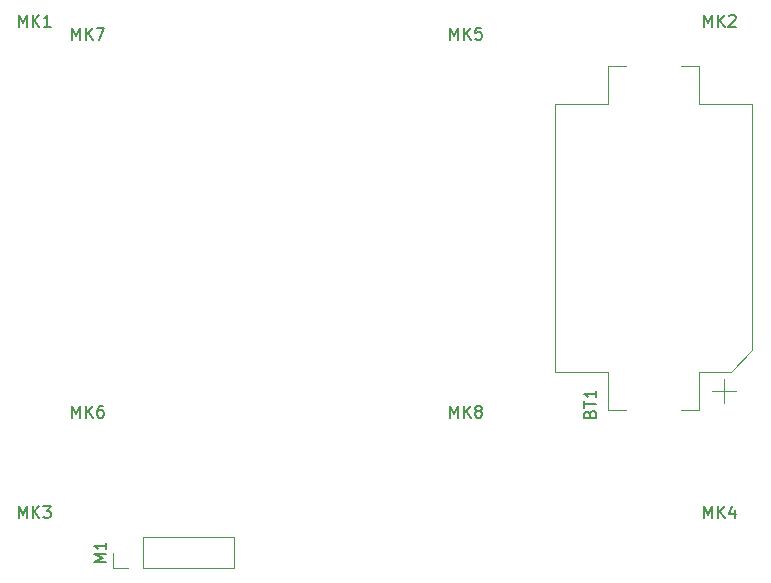
<source format=gto>
G04 #@! TF.GenerationSoftware,KiCad,Pcbnew,5.1.6-c6e7f7d~87~ubuntu18.04.1*
G04 #@! TF.CreationDate,2020-08-28T18:16:15+02:00*
G04 #@! TF.ProjectId,base_hat,62617365-5f68-4617-942e-6b696361645f,rev?*
G04 #@! TF.SameCoordinates,Original*
G04 #@! TF.FileFunction,Legend,Top*
G04 #@! TF.FilePolarity,Positive*
%FSLAX46Y46*%
G04 Gerber Fmt 4.6, Leading zero omitted, Abs format (unit mm)*
G04 Created by KiCad (PCBNEW 5.1.6-c6e7f7d~87~ubuntu18.04.1) date 2020-08-28 18:16:15*
%MOMM*%
%LPD*%
G01*
G04 APERTURE LIST*
%ADD10C,0.120000*%
%ADD11C,0.150000*%
G04 APERTURE END LIST*
D10*
X220380000Y-147520000D02*
X220380000Y-144860000D01*
X212700000Y-147520000D02*
X220380000Y-147520000D01*
X212700000Y-144860000D02*
X220380000Y-144860000D01*
X212700000Y-147520000D02*
X212700000Y-144860000D01*
X211430000Y-147520000D02*
X210100000Y-147520000D01*
X210100000Y-147520000D02*
X210100000Y-146190000D01*
X259730000Y-108170000D02*
X259730000Y-104970000D01*
X259730000Y-104970000D02*
X258180000Y-104970000D01*
X264230000Y-108170000D02*
X259730000Y-108170000D01*
X264230000Y-108170000D02*
X264230000Y-129070000D01*
X262430000Y-130870000D02*
X259730000Y-130870000D01*
X264230000Y-129070000D02*
X262430000Y-130870000D01*
X259730000Y-130870000D02*
X259730000Y-134070000D01*
X259730000Y-134070000D02*
X258180000Y-134070000D01*
X252030000Y-130870000D02*
X252030000Y-134070000D01*
X252030000Y-134070000D02*
X253580000Y-134070000D01*
X252030000Y-108170000D02*
X252030000Y-104970000D01*
X252030000Y-104970000D02*
X253580000Y-104970000D01*
X247530000Y-130870000D02*
X247530000Y-108170000D01*
X247530000Y-130870000D02*
X252030000Y-130870000D01*
X247530000Y-108170000D02*
X252030000Y-108170000D01*
X260880000Y-132520000D02*
X262880000Y-132520000D01*
X261880000Y-131520000D02*
X261880000Y-133520000D01*
D11*
X238690476Y-134752380D02*
X238690476Y-133752380D01*
X239023809Y-134466666D01*
X239357142Y-133752380D01*
X239357142Y-134752380D01*
X239833333Y-134752380D02*
X239833333Y-133752380D01*
X240404761Y-134752380D02*
X239976190Y-134180952D01*
X240404761Y-133752380D02*
X239833333Y-134323809D01*
X240976190Y-134180952D02*
X240880952Y-134133333D01*
X240833333Y-134085714D01*
X240785714Y-133990476D01*
X240785714Y-133942857D01*
X240833333Y-133847619D01*
X240880952Y-133800000D01*
X240976190Y-133752380D01*
X241166666Y-133752380D01*
X241261904Y-133800000D01*
X241309523Y-133847619D01*
X241357142Y-133942857D01*
X241357142Y-133990476D01*
X241309523Y-134085714D01*
X241261904Y-134133333D01*
X241166666Y-134180952D01*
X240976190Y-134180952D01*
X240880952Y-134228571D01*
X240833333Y-134276190D01*
X240785714Y-134371428D01*
X240785714Y-134561904D01*
X240833333Y-134657142D01*
X240880952Y-134704761D01*
X240976190Y-134752380D01*
X241166666Y-134752380D01*
X241261904Y-134704761D01*
X241309523Y-134657142D01*
X241357142Y-134561904D01*
X241357142Y-134371428D01*
X241309523Y-134276190D01*
X241261904Y-134228571D01*
X241166666Y-134180952D01*
X206690476Y-102752380D02*
X206690476Y-101752380D01*
X207023809Y-102466666D01*
X207357142Y-101752380D01*
X207357142Y-102752380D01*
X207833333Y-102752380D02*
X207833333Y-101752380D01*
X208404761Y-102752380D02*
X207976190Y-102180952D01*
X208404761Y-101752380D02*
X207833333Y-102323809D01*
X208738095Y-101752380D02*
X209404761Y-101752380D01*
X208976190Y-102752380D01*
X206690476Y-134752380D02*
X206690476Y-133752380D01*
X207023809Y-134466666D01*
X207357142Y-133752380D01*
X207357142Y-134752380D01*
X207833333Y-134752380D02*
X207833333Y-133752380D01*
X208404761Y-134752380D02*
X207976190Y-134180952D01*
X208404761Y-133752380D02*
X207833333Y-134323809D01*
X209261904Y-133752380D02*
X209071428Y-133752380D01*
X208976190Y-133800000D01*
X208928571Y-133847619D01*
X208833333Y-133990476D01*
X208785714Y-134180952D01*
X208785714Y-134561904D01*
X208833333Y-134657142D01*
X208880952Y-134704761D01*
X208976190Y-134752380D01*
X209166666Y-134752380D01*
X209261904Y-134704761D01*
X209309523Y-134657142D01*
X209357142Y-134561904D01*
X209357142Y-134323809D01*
X209309523Y-134228571D01*
X209261904Y-134180952D01*
X209166666Y-134133333D01*
X208976190Y-134133333D01*
X208880952Y-134180952D01*
X208833333Y-134228571D01*
X208785714Y-134323809D01*
X238690476Y-102752380D02*
X238690476Y-101752380D01*
X239023809Y-102466666D01*
X239357142Y-101752380D01*
X239357142Y-102752380D01*
X239833333Y-102752380D02*
X239833333Y-101752380D01*
X240404761Y-102752380D02*
X239976190Y-102180952D01*
X240404761Y-101752380D02*
X239833333Y-102323809D01*
X241309523Y-101752380D02*
X240833333Y-101752380D01*
X240785714Y-102228571D01*
X240833333Y-102180952D01*
X240928571Y-102133333D01*
X241166666Y-102133333D01*
X241261904Y-102180952D01*
X241309523Y-102228571D01*
X241357142Y-102323809D01*
X241357142Y-102561904D01*
X241309523Y-102657142D01*
X241261904Y-102704761D01*
X241166666Y-102752380D01*
X240928571Y-102752380D01*
X240833333Y-102704761D01*
X240785714Y-102657142D01*
X209552380Y-146999523D02*
X208552380Y-146999523D01*
X209266666Y-146666190D01*
X208552380Y-146332857D01*
X209552380Y-146332857D01*
X209552380Y-145332857D02*
X209552380Y-145904285D01*
X209552380Y-145618571D02*
X208552380Y-145618571D01*
X208695238Y-145713809D01*
X208790476Y-145809047D01*
X208838095Y-145904285D01*
X250508571Y-134430714D02*
X250556190Y-134287857D01*
X250603809Y-134240238D01*
X250699047Y-134192619D01*
X250841904Y-134192619D01*
X250937142Y-134240238D01*
X250984761Y-134287857D01*
X251032380Y-134383095D01*
X251032380Y-134764047D01*
X250032380Y-134764047D01*
X250032380Y-134430714D01*
X250080000Y-134335476D01*
X250127619Y-134287857D01*
X250222857Y-134240238D01*
X250318095Y-134240238D01*
X250413333Y-134287857D01*
X250460952Y-134335476D01*
X250508571Y-134430714D01*
X250508571Y-134764047D01*
X250032380Y-133906904D02*
X250032380Y-133335476D01*
X251032380Y-133621190D02*
X250032380Y-133621190D01*
X251032380Y-132478333D02*
X251032380Y-133049761D01*
X251032380Y-132764047D02*
X250032380Y-132764047D01*
X250175238Y-132859285D01*
X250270476Y-132954523D01*
X250318095Y-133049761D01*
X260190476Y-143252380D02*
X260190476Y-142252380D01*
X260523809Y-142966666D01*
X260857142Y-142252380D01*
X260857142Y-143252380D01*
X261333333Y-143252380D02*
X261333333Y-142252380D01*
X261904761Y-143252380D02*
X261476190Y-142680952D01*
X261904761Y-142252380D02*
X261333333Y-142823809D01*
X262761904Y-142585714D02*
X262761904Y-143252380D01*
X262523809Y-142204761D02*
X262285714Y-142919047D01*
X262904761Y-142919047D01*
X202190476Y-143252380D02*
X202190476Y-142252380D01*
X202523809Y-142966666D01*
X202857142Y-142252380D01*
X202857142Y-143252380D01*
X203333333Y-143252380D02*
X203333333Y-142252380D01*
X203904761Y-143252380D02*
X203476190Y-142680952D01*
X203904761Y-142252380D02*
X203333333Y-142823809D01*
X204238095Y-142252380D02*
X204857142Y-142252380D01*
X204523809Y-142633333D01*
X204666666Y-142633333D01*
X204761904Y-142680952D01*
X204809523Y-142728571D01*
X204857142Y-142823809D01*
X204857142Y-143061904D01*
X204809523Y-143157142D01*
X204761904Y-143204761D01*
X204666666Y-143252380D01*
X204380952Y-143252380D01*
X204285714Y-143204761D01*
X204238095Y-143157142D01*
X260190476Y-101652380D02*
X260190476Y-100652380D01*
X260523809Y-101366666D01*
X260857142Y-100652380D01*
X260857142Y-101652380D01*
X261333333Y-101652380D02*
X261333333Y-100652380D01*
X261904761Y-101652380D02*
X261476190Y-101080952D01*
X261904761Y-100652380D02*
X261333333Y-101223809D01*
X262285714Y-100747619D02*
X262333333Y-100700000D01*
X262428571Y-100652380D01*
X262666666Y-100652380D01*
X262761904Y-100700000D01*
X262809523Y-100747619D01*
X262857142Y-100842857D01*
X262857142Y-100938095D01*
X262809523Y-101080952D01*
X262238095Y-101652380D01*
X262857142Y-101652380D01*
X202190476Y-101652380D02*
X202190476Y-100652380D01*
X202523809Y-101366666D01*
X202857142Y-100652380D01*
X202857142Y-101652380D01*
X203333333Y-101652380D02*
X203333333Y-100652380D01*
X203904761Y-101652380D02*
X203476190Y-101080952D01*
X203904761Y-100652380D02*
X203333333Y-101223809D01*
X204857142Y-101652380D02*
X204285714Y-101652380D01*
X204571428Y-101652380D02*
X204571428Y-100652380D01*
X204476190Y-100795238D01*
X204380952Y-100890476D01*
X204285714Y-100938095D01*
M02*

</source>
